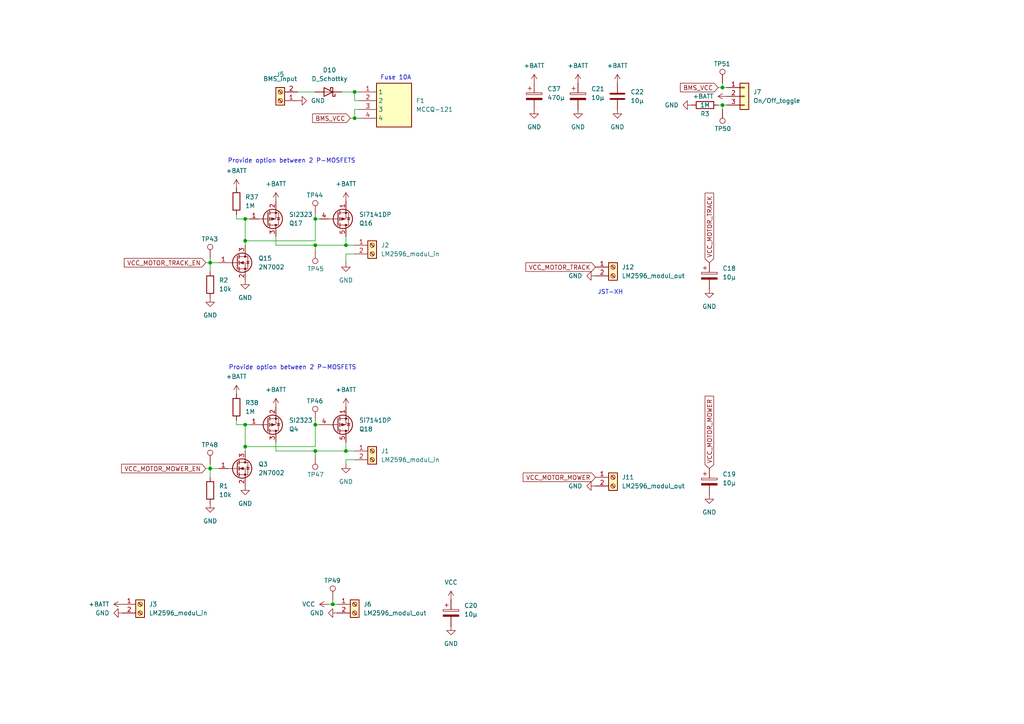
<source format=kicad_sch>
(kicad_sch (version 20231120) (generator "eeschema") (generator_version "8.0")
  (paper "A4")
  (title_block (date "2024-10-11") (rev "V0.2"))
  (lib_symbols
    (symbol "Connector:Screw_Terminal_01x02" (pin_names (offset 1.016) hide)
      (property "Reference" "J" (at 0 2.54 0))
      (property "Value" "Screw_Terminal_01x02" (at 0 -5.08 0))
      (symbol "Screw_Terminal_01x02_1_1"
        (rectangle (start -1.27 1.27) (end 1.27 -3.81) (stroke (width 0.254)) (fill (type background)))
        (circle (center 0 -2.54) (radius 0.635) (stroke (width 0.1524)))
        (polyline (pts (xy -0.5334 -2.2098) (xy 0.3302 -3.048)) (stroke (width 0.1524)))
        (polyline (pts (xy -0.5334 0.3302) (xy 0.3302 -0.508)) (stroke (width 0.1524)))
        (polyline (pts (xy -0.3556 -2.032) (xy 0.508 -2.8702)) (stroke (width 0.1524)))
        (polyline (pts (xy -0.3556 0.508) (xy 0.508 -0.3302)) (stroke (width 0.1524)))
        (circle (center 0 0) (radius 0.635) (stroke (width 0.1524)))
        (pin passive line (at -5.08 0 0) (length 3.81) (name "Pin_1") (number "1"))
        (pin passive line (at -5.08 -2.54 0) (length 3.81) (name "Pin_2") (number "2"))
      )
    )
    (symbol "Connector:TestPoint" (pin_numbers hide) (pin_names (offset 0.762) hide)
      (property "Reference" "TP" (at 0 6.858 0))
      (property "Value" "TestPoint" (at 0 5.08 0))
      (symbol "TestPoint_0_1"
        (circle (center 0 3.302) (radius 0.762))
      )
      (symbol "TestPoint_1_1"
        (pin passive line (at 0 0 90) (length 2.54) (name "1") (number "1"))
      )
    )
    (symbol "Connector_Generic:Conn_01x03" (pin_names (offset 1.016) hide)
      (property "Reference" "J" (at 0 5.08 0))
      (property "Value" "Conn_01x03" (at 0 -5.08 0))
      (symbol "Conn_01x03_1_1"
        (rectangle (start -1.27 -2.413) (end 0 -2.667) (stroke (width 0.1524)))
        (rectangle (start -1.27 0.127) (end 0 -0.127) (stroke (width 0.1524)))
        (rectangle (start -1.27 2.667) (end 0 2.413) (stroke (width 0.1524)))
        (rectangle (start -1.27 3.81) (end 1.27 -3.81) (stroke (width 0.254)) (fill (type background)))
        (pin passive line (at -5.08 2.54 0) (length 3.81) (name "Pin_1") (number "1"))
        (pin passive line (at -5.08 0 0) (length 3.81) (name "Pin_2") (number "2"))
        (pin passive line (at -5.08 -2.54 0) (length 3.81) (name "Pin_3") (number "3"))
      )
    )
    (symbol "Device:C" (pin_numbers hide) (pin_names (offset 0.254))
      (property "Reference" "C" (at 0.635 2.54 0))
      (property "Value" "C" (at 0.635 -2.54 0))
      (symbol "C_0_1"
        (polyline (pts (xy -2.032 -0.762) (xy 2.032 -0.762)) (stroke (width 0.508)))
        (polyline (pts (xy -2.032 0.762) (xy 2.032 0.762)) (stroke (width 0.508)))
      )
      (symbol "C_1_1"
        (pin passive line (at 0 3.81 270) (length 2.794) (name "~") (number "1"))
        (pin passive line (at 0 -3.81 90) (length 2.794) (name "~") (number "2"))
      )
    )
    (symbol "Device:C_Polarized" (pin_numbers hide) (pin_names (offset 0.254))
      (property "Reference" "C" (at 0.635 2.54 0))
      (property "Value" "C_Polarized" (at 0.635 -2.54 0))
      (symbol "C_Polarized_0_1"
        (rectangle (start -2.286 0.508) (end 2.286 1.016))
        (polyline (pts (xy -1.778 2.286) (xy -0.762 2.286)))
        (polyline (pts (xy -1.27 2.794) (xy -1.27 1.778)))
        (rectangle (start 2.286 -0.508) (end -2.286 -1.016) (fill (type outline)))
      )
      (symbol "C_Polarized_1_1"
        (pin passive line (at 0 3.81 270) (length 2.794) (name "~") (number "1"))
        (pin passive line (at 0 -3.81 90) (length 2.794) (name "~") (number "2"))
      )
    )
    (symbol "Device:D_Schottky" (pin_numbers hide) (pin_names (offset 1.016) hide)
      (property "Reference" "D" (at 0 2.54 0))
      (property "Value" "D_Schottky" (at 0 -2.54 0))
      (symbol "D_Schottky_0_1"
        (polyline (pts (xy 1.27 0) (xy -1.27 0)))
        (polyline (pts (xy 1.27 1.27) (xy 1.27 -1.27) (xy -1.27 0) (xy 1.27 1.27)) (stroke (width 0.254)))
        (polyline (pts (xy -1.905 0.635) (xy -1.905 1.27) (xy -1.27 1.27) (xy -1.27 -1.27) (xy -0.635 -1.27) (xy -0.635 -0.635)) (stroke (width 0.254)))
      )
      (symbol "D_Schottky_1_1"
        (pin passive line (at -3.81 0 0) (length 2.54) (name "K") (number "1"))
        (pin passive line (at 3.81 0 180) (length 2.54) (name "A") (number "2"))
      )
    )
    (symbol "Device:Q_PMOS_GSD" (pin_names (offset 0) hide)
      (property "Reference" "Q" (at 5.08 1.27 0))
      (property "Value" "Q_PMOS_GSD" (at 5.08 -1.27 0))
      (symbol "Q_PMOS_GSD_0_1"
        (polyline (pts (xy 0.254 0) (xy -2.54 0)))
        (polyline (pts (xy 0.254 1.905) (xy 0.254 -1.905)) (stroke (width 0.254)))
        (polyline (pts (xy 0.762 -1.27) (xy 0.762 -2.286)) (stroke (width 0.254)))
        (polyline (pts (xy 0.762 0.508) (xy 0.762 -0.508)) (stroke (width 0.254)))
        (polyline (pts (xy 0.762 2.286) (xy 0.762 1.27)) (stroke (width 0.254)))
        (polyline (pts (xy 2.54 2.54) (xy 2.54 1.778)))
        (polyline (pts (xy 2.54 -2.54) (xy 2.54 0) (xy 0.762 0)))
        (polyline (pts (xy 0.762 1.778) (xy 3.302 1.778) (xy 3.302 -1.778) (xy 0.762 -1.778)))
        (polyline (pts (xy 2.286 0) (xy 1.27 0.381) (xy 1.27 -0.381) (xy 2.286 0)) (fill (type outline)))
        (polyline (pts (xy 2.794 -0.508) (xy 2.921 -0.381) (xy 3.683 -0.381) (xy 3.81 -0.254)))
        (polyline (pts (xy 3.302 -0.381) (xy 2.921 0.254) (xy 3.683 0.254) (xy 3.302 -0.381)))
        (circle (center 1.651 0) (radius 2.794) (stroke (width 0.254)))
        (circle (center 2.54 -1.778) (radius 0.254) (fill (type outline)))
        (circle (center 2.54 1.778) (radius 0.254) (fill (type outline)))
      )
      (symbol "Q_PMOS_GSD_1_1"
        (pin input line (at -5.08 0 0) (length 2.54) (name "G") (number "1"))
        (pin passive line (at 2.54 -5.08 90) (length 2.54) (name "S") (number "2"))
        (pin passive line (at 2.54 5.08 270) (length 2.54) (name "D") (number "3"))
      )
    )
    (symbol "Device:R" (pin_numbers hide) (pin_names (offset 0))
      (property "Reference" "R" (at 2.032 0 90))
      (property "Value" "R" (at 0 0 90))
      (symbol "R_0_1"
        (rectangle (start -1.016 -2.54) (end 1.016 2.54) (stroke (width 0.254)))
      )
      (symbol "R_1_1"
        (pin passive line (at 0 3.81 270) (length 1.27) (name "~") (number "1"))
        (pin passive line (at 0 -3.81 90) (length 1.27) (name "~") (number "2"))
      )
    )
    (symbol "Transistor_FET:2N7002" (pin_names hide)
      (property "Reference" "Q" (at 5.08 1.905 0))
      (property "Value" "2N7002" (at 5.08 0 0))
      (symbol "2N7002_0_1"
        (polyline (pts (xy 0.254 0) (xy -2.54 0)))
        (polyline (pts (xy 0.254 1.905) (xy 0.254 -1.905)) (stroke (width 0.254)))
        (polyline (pts (xy 0.762 -1.27) (xy 0.762 -2.286)) (stroke (width 0.254)))
        (polyline (pts (xy 0.762 0.508) (xy 0.762 -0.508)) (stroke (width 0.254)))
        (polyline (pts (xy 0.762 2.286) (xy 0.762 1.27)) (stroke (width 0.254)))
        (polyline (pts (xy 2.54 2.54) (xy 2.54 1.778)))
        (polyline (pts (xy 2.54 -2.54) (xy 2.54 0) (xy 0.762 0)))
        (polyline (pts (xy 0.762 -1.778) (xy 3.302 -1.778) (xy 3.302 1.778) (xy 0.762 1.778)))
        (polyline (pts (xy 1.016 0) (xy 2.032 0.381) (xy 2.032 -0.381) (xy 1.016 0)) (fill (type outline)))
        (polyline (pts (xy 2.794 0.508) (xy 2.921 0.381) (xy 3.683 0.381) (xy 3.81 0.254)))
        (polyline (pts (xy 3.302 0.381) (xy 2.921 -0.254) (xy 3.683 -0.254) (xy 3.302 0.381)))
        (circle (center 1.651 0) (radius 2.794) (stroke (width 0.254)))
        (circle (center 2.54 -1.778) (radius 0.254) (fill (type outline)))
        (circle (center 2.54 1.778) (radius 0.254) (fill (type outline)))
      )
      (symbol "2N7002_1_1"
        (pin input line (at -5.08 0 0) (length 2.54) (name "G") (number "1"))
        (pin passive line (at 2.54 -5.08 90) (length 2.54) (name "S") (number "2"))
        (pin passive line (at 2.54 5.08 270) (length 2.54) (name "D") (number "3"))
      )
    )
    (symbol "Transistor_FET:Si7141DP" (pin_names hide)
      (property "Reference" "Q" (at 5.08 1.905 0))
      (property "Value" "Si7141DP" (at 5.08 0 0))
      (symbol "Si7141DP_0_1"
        (polyline (pts (xy 0.254 0) (xy -2.54 0)))
        (polyline (pts (xy 0.254 1.905) (xy 0.254 -1.905)) (stroke (width 0.254)))
        (polyline (pts (xy 0.762 -1.27) (xy 0.762 -2.286)) (stroke (width 0.254)))
        (polyline (pts (xy 0.762 0.508) (xy 0.762 -0.508)) (stroke (width 0.254)))
        (polyline (pts (xy 0.762 2.286) (xy 0.762 1.27)) (stroke (width 0.254)))
        (polyline (pts (xy 2.54 2.54) (xy 2.54 1.778)))
        (polyline (pts (xy 2.54 -2.54) (xy 2.54 0) (xy 0.762 0)))
        (polyline (pts (xy 0.762 1.778) (xy 3.302 1.778) (xy 3.302 -1.778) (xy 0.762 -1.778)))
        (polyline (pts (xy 2.286 0) (xy 1.27 0.381) (xy 1.27 -0.381) (xy 2.286 0)) (fill (type outline)))
        (polyline (pts (xy 2.794 -0.508) (xy 2.921 -0.381) (xy 3.683 -0.381) (xy 3.81 -0.254)))
        (polyline (pts (xy 3.302 -0.381) (xy 2.921 0.254) (xy 3.683 0.254) (xy 3.302 -0.381)))
        (circle (center 1.651 0) (radius 2.794) (stroke (width 0.254)))
        (circle (center 2.54 -1.778) (radius 0.254) (fill (type outline)))
        (circle (center 2.54 1.778) (radius 0.254) (fill (type outline)))
      )
      (symbol "Si7141DP_1_1"
        (pin passive line (at 2.54 -5.08 90) (length 2.54) (name "S") (number "1"))
        (pin passive line (at 2.54 -5.08 90) (length 2.54) hide (name "S") (number "2"))
        (pin passive line (at 2.54 -5.08 90) (length 2.54) hide (name "S") (number "3"))
        (pin input line (at -5.08 0 0) (length 2.54) (name "G") (number "4"))
        (pin passive line (at 2.54 5.08 270) (length 2.54) (name "D") (number "5"))
      )
    )
    (symbol "mccq-121:MCCQ-121"
      (property "Reference" "F" (at 16.51 7.62 0))
      (property "Value" "MCCQ-121" (at 16.51 5.08 0))
      (symbol "MCCQ-121_1_1"
        (rectangle (start 5.08 2.54) (end 15.24 -10.16) (stroke (width 0.254)) (fill (type background)))
        (pin passive line (at 0 0 0) (length 5.08) (name "1") (number "1"))
        (pin passive line (at 0 -2.54 0) (length 5.08) (name "2") (number "2"))
        (pin passive line (at 0 -5.08 0) (length 5.08) (name "3") (number "3"))
        (pin passive line (at 0 -7.62 0) (length 5.08) (name "4") (number "4"))
      )
    )
    (symbol "power:+BATT" (power) (pin_numbers hide) (pin_names (offset 0) hide)
      (property "Value" "+BATT" (at 0 3.556 0))
      (symbol "+BATT_0_1"
        (polyline (pts (xy -0.762 1.27) (xy 0 2.54)))
        (polyline (pts (xy 0 0) (xy 0 2.54)))
        (polyline (pts (xy 0 2.54) (xy 0.762 1.27)))
      )
      (symbol "+BATT_1_1"
        (pin power_in line (at 0 0 90) (length 0) (name "~") (number "1"))
      )
    )
    (symbol "power:GND" (power) (pin_numbers hide) (pin_names (offset 0) hide)
      (property "Value" "GND" (at 0 -3.81 0))
      (symbol "GND_0_1"
        (polyline (pts (xy 0 0) (xy 0 -1.27) (xy 1.27 -1.27) (xy 0 -2.54) (xy -1.27 -1.27) (xy 0 -1.27)))
      )
      (symbol "GND_1_1"
        (pin power_in line (at 0 0 270) (length 0) (name "~") (number "1"))
      )
    )
    (symbol "power:VCC" (power) (pin_numbers hide) (pin_names (offset 0) hide)
      (property "Value" "VCC" (at 0 3.556 0))
      (symbol "VCC_0_1"
        (polyline (pts (xy -0.762 1.27) (xy 0 2.54)))
        (polyline (pts (xy 0 0) (xy 0 2.54)))
        (polyline (pts (xy 0 2.54) (xy 0.762 1.27)))
      )
      (symbol "VCC_1_1"
        (pin power_in line (at 0 0 90) (length 0) (name "~") (number "1"))
      )
    )
  )
  (junction (at 102.87 34.29))
  (junction (at 100.33 130.81))
  (junction (at 209.55 30.48))
  (junction (at 71.12 69.85))
  (junction (at 96.52 175.26))
  (junction (at 209.55 25.4))
  (junction (at 71.12 63.5))
  (junction (at 91.44 71.12))
  (junction (at 91.44 130.81))
  (junction (at 60.96 76.2))
  (junction (at 71.12 129.54))
  (junction (at 91.44 123.19))
  (junction (at 60.96 135.89))
  (junction (at 102.87 26.67))
  (junction (at 71.12 123.19))
  (junction (at 91.44 63.5))
  (junction (at 100.33 71.12))
  (wire (pts (xy 91.44 63.5) (xy 92.71 63.5)))
  (wire (pts (xy 68.58 62.23) (xy 68.58 63.5)))
  (wire (pts (xy 80.01 128.27) (xy 80.01 130.81)))
  (wire (pts (xy 91.44 72.39) (xy 91.44 71.12)))
  (wire (pts (xy 71.12 130.81) (xy 71.12 129.54)))
  (wire (pts (xy 102.87 71.12) (xy 100.33 71.12)))
  (wire (pts (xy 102.87 73.66) (xy 100.33 73.66)))
  (wire (pts (xy 102.87 29.21) (xy 104.14 29.21)))
  (wire (pts (xy 60.96 135.89) (xy 60.96 138.43)))
  (wire (pts (xy 210.82 30.48) (xy 209.55 30.48)))
  (wire (pts (xy 100.33 71.12) (xy 100.33 68.58)))
  (wire (pts (xy 71.12 69.85) (xy 71.12 63.5)))
  (wire (pts (xy 102.87 34.29) (xy 101.6 34.29)))
  (wire (pts (xy 91.44 129.54) (xy 71.12 129.54)))
  (wire (pts (xy 71.12 71.12) (xy 71.12 69.85)))
  (wire (pts (xy 209.55 25.4) (xy 209.55 24.13)))
  (wire (pts (xy 102.87 31.75) (xy 102.87 34.29)))
  (wire (pts (xy 91.44 69.85) (xy 71.12 69.85)))
  (wire (pts (xy 209.55 30.48) (xy 208.28 30.48)))
  (wire (pts (xy 104.14 34.29) (xy 102.87 34.29)))
  (wire (pts (xy 100.33 130.81) (xy 100.33 128.27)))
  (wire (pts (xy 60.96 134.62) (xy 60.96 135.89)))
  (wire (pts (xy 209.55 25.4) (xy 210.82 25.4)))
  (wire (pts (xy 60.96 74.93) (xy 60.96 76.2)))
  (wire (pts (xy 80.01 130.81) (xy 91.44 130.81)))
  (wire (pts (xy 63.5 135.89) (xy 60.96 135.89)))
  (wire (pts (xy 102.87 26.67) (xy 104.14 26.67)))
  (wire (pts (xy 59.69 135.89) (xy 60.96 135.89)))
  (wire (pts (xy 60.96 78.74) (xy 60.96 76.2)))
  (wire (pts (xy 59.69 76.2) (xy 60.96 76.2)))
  (wire (pts (xy 102.87 29.21) (xy 102.87 26.67)))
  (wire (pts (xy 104.14 31.75) (xy 102.87 31.75)))
  (wire (pts (xy 91.44 121.92) (xy 91.44 123.19)))
  (wire (pts (xy 91.44 62.23) (xy 91.44 63.5)))
  (wire (pts (xy 86.36 26.67) (xy 91.44 26.67)))
  (wire (pts (xy 91.44 71.12) (xy 100.33 71.12)))
  (wire (pts (xy 96.52 173.99) (xy 96.52 175.26)))
  (wire (pts (xy 95.25 175.26) (xy 96.52 175.26)))
  (wire (pts (xy 68.58 121.92) (xy 68.58 123.19)))
  (wire (pts (xy 71.12 63.5) (xy 72.39 63.5)))
  (wire (pts (xy 60.96 76.2) (xy 63.5 76.2)))
  (wire (pts (xy 100.33 73.66) (xy 100.33 76.2)))
  (wire (pts (xy 100.33 134.62) (xy 100.33 133.35)))
  (wire (pts (xy 91.44 63.5) (xy 91.44 69.85)))
  (wire (pts (xy 68.58 63.5) (xy 71.12 63.5)))
  (wire (pts (xy 100.33 133.35) (xy 102.87 133.35)))
  (wire (pts (xy 71.12 129.54) (xy 71.12 123.19)))
  (wire (pts (xy 91.44 123.19) (xy 91.44 129.54)))
  (wire (pts (xy 100.33 130.81) (xy 102.87 130.81)))
  (wire (pts (xy 91.44 123.19) (xy 92.71 123.19)))
  (wire (pts (xy 208.28 25.4) (xy 209.55 25.4)))
  (wire (pts (xy 80.01 71.12) (xy 91.44 71.12)))
  (wire (pts (xy 68.58 123.19) (xy 71.12 123.19)))
  (wire (pts (xy 91.44 132.08) (xy 91.44 130.81)))
  (wire (pts (xy 80.01 68.58) (xy 80.01 71.12)))
  (wire (pts (xy 71.12 123.19) (xy 72.39 123.19)))
  (wire (pts (xy 209.55 31.75) (xy 209.55 30.48)))
  (wire (pts (xy 96.52 175.26) (xy 97.79 175.26)))
  (wire (pts (xy 91.44 130.81) (xy 100.33 130.81)))
  (wire (pts (xy 99.06 26.67) (xy 102.87 26.67)))
  (text "Provide option between 2 P-MOSFETS" (at 84.836 106.68 0) (effects (font (size 1.27 1.27))))
  (text "JST-XH" (at 177.038 84.836 0) (effects (font (size 1.27 1.27))))
  (text "Provide option between 2 P-MOSFETS" (at 84.582 46.736 0) (effects (font (size 1.27 1.27))))
  (text "Fuse 10A" (at 114.808 22.606 0) (effects (font (size 1.27 1.27))))
  (global_label "VCC_MOTOR_MOWER_EN" (shape input) (at 59.69 135.89 180) (property "Intersheetrefs" "${INTERSHEET_REFS}" (effects (hide yes))))
  (global_label "VCC_MOTOR_MOWER" (shape input) (at 172.72 138.43 180) (property "Intersheetrefs" "${INTERSHEET_REFS}" (effects (hide yes))))
  (global_label "BMS_VCC" (shape input) (at 101.6 34.29 180) (property "Intersheetrefs" "${INTERSHEET_REFS}" (effects (hide yes))))
  (global_label "VCC_MOTOR_MOWER" (shape input) (at 205.74 135.89 90) (property "Intersheetrefs" "${INTERSHEET_REFS}" (effects (hide yes))))
  (global_label "BMS_VCC" (shape input) (at 208.28 25.4 180) (property "Intersheetrefs" "${INTERSHEET_REFS}" (effects (hide yes))))
  (global_label "VCC_MOTOR_TRACK" (shape input) (at 205.74 76.2 90) (property "Intersheetrefs" "${INTERSHEET_REFS}" (effects (hide yes))))
  (global_label "VCC_MOTOR_TRACK_EN" (shape input) (at 59.69 76.2 180) (property "Intersheetrefs" "${INTERSHEET_REFS}" (effects (hide yes))))
  (global_label "VCC_MOTOR_TRACK" (shape input) (at 172.72 77.47 180) (property "Intersheetrefs" "${INTERSHEET_REFS}" (effects (hide yes))))
  (symbol (lib_id "Connector:TestPoint") (at 209.55 31.75 180) (unit 1)
    (property "Reference" "TP50" (at 212.09 37.338 0) (effects (justify left)))
    (property "Value" "TestPoint" (effects (hide yes)))
    (property "Footprint" "TestPoint:TestPoint_Pad_D1.5mm" (effects (hide yes)))
    (property "Description" "test point" (effects (hide yes)))
  )
  (symbol (lib_id "power:GND") (at 71.12 81.28 0) (unit 1)
    (property "Reference" "#PWR0127" (effects (hide yes)))
    (property "Value" "GND" (at 71.12 86.36 0))
    (property "Description" "Power symbol creates a global label with name \"GND\" , ground" (effects (hide yes)))
  )
  (symbol (lib_id "power:+BATT") (at 167.64 24.13 0) (unit 1)
    (property "Reference" "#PWR081" (effects (hide yes)))
    (property "Value" "+BATT" (at 167.64 19.05 0))
    (property "Description" "Power symbol creates a global label with name \"+BATT\"" (effects (hide yes)))
  )
  (symbol (lib_id "Device:C_Polarized") (at 130.81 177.8 0) (unit 1)
    (property "Reference" "C20" (at 134.62 175.6409 0) (effects (justify left)))
    (property "Value" "10µ" (at 134.62 178.1809 0) (effects (justify left)))
    (property "Footprint" "Capacitor_THT:CP_Radial_D5.0mm_P2.00mm" (effects (hide yes)))
    (property "Description" "Polarized capacitor" (effects (hide yes)))
  )
  (symbol (lib_id "Connector:TestPoint") (at 91.44 132.08 180) (unit 1)
    (property "Reference" "TP47" (at 93.98 137.668 0) (effects (justify left)))
    (property "Value" "TestPoint" (effects (hide yes)))
    (property "Footprint" "TestPoint:TestPoint_Pad_D1.5mm" (effects (hide yes)))
    (property "Description" "test point" (effects (hide yes)))
  )
  (symbol (lib_id "mccq-121:MCCQ-121") (at 104.14 26.67 0) (unit 1)
    (property "Reference" "F1" (at 120.65 29.2099 0) (effects (justify left)))
    (property "Value" "MCCQ-121" (at 120.65 31.7499 0) (effects (justify left)))
    (property "Footprint" "mccq-121:MCCQ121" (effects (hide yes)))
    (property "Description" "The MCCQ-121 from Multicomp Pro is a PCB mount ATO fuse holder." (effects (hide yes)))
    (property "Height" "8.3" (effects (hide yes)))
    (property "Manufacturer_Name" "Multicomp Pro" (effects (hide yes)))
    (property "Manufacturer_Part_Number" "MCCQ-121" (effects (hide yes)))
  )
  (symbol (lib_id "power:GND") (at 100.33 76.2 0) (unit 1)
    (property "Reference" "#PWR08" (effects (hide yes)))
    (property "Value" "GND" (at 100.33 81.28 0))
    (property "Description" "Power symbol creates a global label with name \"GND\" , ground" (effects (hide yes)))
  )
  (symbol (lib_id "Transistor_FET:2N7002") (at 68.58 135.89 0) (unit 1)
    (property "Reference" "Q3" (at 74.93 134.6199 0) (effects (justify left)))
    (property "Value" "2N7002" (at 74.93 137.1599 0) (effects (justify left)))
    (property "Footprint" "Package_TO_SOT_SMD:SOT-23" (effects (hide yes)))
    (property "Datasheet" "https://www.onsemi.com/pub/Collateral/NDS7002A-D.PDF" (effects (hide yes)))
    (property "Description" "0.115A Id, 60V Vds, N-Channel MOSFET, SOT-23" (effects (hide yes)))
  )
  (symbol (lib_id "Connector:TestPoint") (at 91.44 62.23 0) (unit 1)
    (property "Reference" "TP44" (at 88.9 56.642 0) (effects (justify left)))
    (property "Value" "TestPoint" (effects (hide yes)))
    (property "Footprint" "TestPoint:TestPoint_Pad_D1.5mm" (effects (hide yes)))
    (property "Description" "test point" (effects (hide yes)))
  )
  (symbol (lib_id "power:+BATT") (at 100.33 58.42 0) (unit 1)
    (property "Reference" "#PWR017" (effects (hide yes)))
    (property "Value" "+BATT" (at 100.33 53.34 0))
    (property "Description" "Power symbol creates a global label with name \"+BATT\"" (effects (hide yes)))
  )
  (symbol (lib_id "Connector:Screw_Terminal_01x02") (at 40.64 175.26 0) (unit 1)
    (property "Reference" "J3" (at 43.18 175.2599 0) (effects (justify left)))
    (property "Value" "LM2596_modul_in" (at 43.18 177.7999 0) (effects (justify left)))
    (property "Footprint" "Connector_JST:JST_XH_B2B-XH-A_1x02_P2.50mm_Vertical" (effects (hide yes)))
    (property "Description" "Generic screw terminal, single row, 01x02, script generated (kicad-library-utils/schlib/autogen/connector/)" (effects (hide yes)))
  )
  (symbol (lib_id "Connector:Screw_Terminal_01x02") (at 177.8 138.43 0) (unit 1)
    (property "Reference" "J11" (at 180.34 138.4299 0) (effects (justify left)))
    (property "Value" "LM2596_modul_out" (at 180.34 140.9699 0) (effects (justify left)))
    (property "Footprint" "Connector_JST:JST_XH_B2B-XH-A_1x02_P2.50mm_Vertical" (effects (hide yes)))
    (property "Description" "Generic screw terminal, single row, 01x02, script generated (kicad-library-utils/schlib/autogen/connector/)" (effects (hide yes)))
  )
  (symbol (lib_id "power:GND") (at 200.66 30.48 270) (unit 1)
    (property "Reference" "#PWR03" (effects (hide yes)))
    (property "Value" "GND" (at 196.85 30.4799 90) (effects (justify right)))
    (property "Description" "Power symbol creates a global label with name \"GND\" , ground" (effects (hide yes)))
  )
  (symbol (lib_id "Connector:Screw_Terminal_01x02") (at 107.95 130.81 0) (unit 1)
    (property "Reference" "J1" (at 110.49 130.8099 0) (effects (justify left)))
    (property "Value" "LM2596_modul_in" (at 110.49 133.3499 0) (effects (justify left)))
    (property "Footprint" "Connector_JST:JST_XH_B2B-XH-A_1x02_P2.50mm_Vertical" (effects (hide yes)))
    (property "Description" "Generic screw terminal, single row, 01x02, script generated (kicad-library-utils/schlib/autogen/connector/)" (effects (hide yes)))
  )
  (symbol (lib_id "Connector:TestPoint") (at 96.52 173.99 0) (unit 1)
    (property "Reference" "TP49" (at 93.98 168.402 0) (effects (justify left)))
    (property "Value" "TestPoint" (effects (hide yes)))
    (property "Footprint" "TestPoint:TestPoint_Pad_D1.5mm" (effects (hide yes)))
    (property "Description" "test point" (effects (hide yes)))
  )
  (symbol (lib_id "Device:R") (at 60.96 82.55 0) (unit 1)
    (property "Reference" "R2" (at 63.5 81.2799 0) (effects (justify left)))
    (property "Value" "10k" (at 63.5 83.8199 0) (effects (justify left)))
    (property "Footprint" "Resistor_SMD:R_0805_2012Metric_Pad1.20x1.40mm_HandSolder" (effects (hide yes)))
    (property "Description" "Resistor" (effects (hide yes)))
  )
  (symbol (lib_id "power:GND") (at 35.56 177.8 270) (unit 1)
    (property "Reference" "#PWR010" (effects (hide yes)))
    (property "Value" "GND" (at 31.75 177.7999 90) (effects (justify right)))
    (property "Description" "Power symbol creates a global label with name \"GND\" , ground" (effects (hide yes)))
  )
  (symbol (lib_id "Connector:Screw_Terminal_01x02") (at 81.28 29.21 180) (unit 1)
    (property "Reference" "J5" (at 81.28 21.59 0))
    (property "Value" "BMS_input" (at 81.28 22.86 0))
    (property "Footprint" "TerminalBlock_Phoenix:TerminalBlock_Phoenix_PT-1,5-2-5.0-H_1x02_P5.00mm_Horizontal" (effects (hide yes)))
    (property "Description" "Generic screw terminal, single row, 01x02, script generated (kicad-library-utils/schlib/autogen/connector/)" (effects (hide yes)))
  )
  (symbol (lib_id "power:+BATT") (at 35.56 175.26 90) (unit 1)
    (property "Reference" "#PWR09" (effects (hide yes)))
    (property "Value" "+BATT" (at 31.75 175.2599 90) (effects (justify left)))
    (property "Description" "Power symbol creates a global label with name \"+BATT\"" (effects (hide yes)))
  )
  (symbol (lib_id "power:GND") (at 60.96 86.36 0) (unit 1)
    (property "Reference" "#PWR02" (effects (hide yes)))
    (property "Value" "GND" (at 60.96 91.44 0))
    (property "Description" "Power symbol creates a global label with name \"GND\" , ground" (effects (hide yes)))
  )
  (symbol (lib_id "power:GND") (at 86.36 29.21 90) (unit 1)
    (property "Reference" "#PWR05" (effects (hide yes)))
    (property "Value" "GND" (at 90.17 29.2099 90) (effects (justify right)))
    (property "Description" "Power symbol creates a global label with name \"GND\" , ground" (effects (hide yes)))
  )
  (symbol (lib_id "Connector:TestPoint") (at 209.55 24.13 0) (unit 1)
    (property "Reference" "TP51" (at 207.01 18.542 0) (effects (justify left)))
    (property "Value" "TestPoint" (effects (hide yes)))
    (property "Footprint" "TestPoint:TestPoint_Pad_D1.5mm" (effects (hide yes)))
    (property "Description" "test point" (effects (hide yes)))
  )
  (symbol (lib_id "power:GND") (at 205.74 83.82 0) (unit 1)
    (property "Reference" "#PWR077" (effects (hide yes)))
    (property "Value" "GND" (at 205.74 88.9 0))
    (property "Description" "Power symbol creates a global label with name \"GND\" , ground" (effects (hide yes)))
  )
  (symbol (lib_id "power:GND") (at 154.94 31.75 0) (unit 1)
    (property "Reference" "#PWR0146" (effects (hide yes)))
    (property "Value" "GND" (at 154.94 36.83 0))
    (property "Description" "Power symbol creates a global label with name \"GND\" , ground" (effects (hide yes)))
  )
  (symbol (lib_id "power:+BATT") (at 210.82 27.94 90) (unit 1)
    (property "Reference" "#PWR013" (effects (hide yes)))
    (property "Value" "+BATT" (at 207.01 27.9399 90) (effects (justify left)))
    (property "Description" "Power symbol creates a global label with name \"+BATT\"" (effects (hide yes)))
  )
  (symbol (lib_id "Device:R") (at 68.58 58.42 0) (unit 1)
    (property "Reference" "R37" (at 71.12 57.1499 0) (effects (justify left)))
    (property "Value" "1M" (at 71.12 59.6899 0) (effects (justify left)))
    (property "Footprint" "Resistor_SMD:R_0805_2012Metric_Pad1.20x1.40mm_HandSolder" (effects (hide yes)))
    (property "Description" "Resistor" (effects (hide yes)))
  )
  (symbol (lib_id "Device:C_Polarized") (at 205.74 139.7 0) (unit 1)
    (property "Reference" "C19" (at 209.55 137.5409 0) (effects (justify left)))
    (property "Value" "10µ" (at 209.55 140.0809 0) (effects (justify left)))
    (property "Footprint" "Capacitor_THT:CP_Radial_D5.0mm_P2.00mm" (effects (hide yes)))
    (property "Description" "Polarized capacitor" (effects (hide yes)))
  )
  (symbol (lib_id "power:GND") (at 71.12 140.97 0) (unit 1)
    (property "Reference" "#PWR0129" (effects (hide yes)))
    (property "Value" "GND" (at 71.12 146.05 0))
    (property "Description" "Power symbol creates a global label with name \"GND\" , ground" (effects (hide yes)))
  )
  (symbol (lib_id "Connector:Screw_Terminal_01x02") (at 102.87 175.26 0) (unit 1)
    (property "Reference" "J6" (at 105.41 175.2599 0) (effects (justify left)))
    (property "Value" "LM2596_modul_out" (at 105.41 177.7999 0) (effects (justify left)))
    (property "Footprint" "Connector_JST:JST_XH_B2B-XH-A_1x02_P2.50mm_Vertical" (effects (hide yes)))
    (property "Description" "Generic screw terminal, single row, 01x02, script generated (kicad-library-utils/schlib/autogen/connector/)" (effects (hide yes)))
  )
  (symbol (lib_id "power:GND") (at 205.74 143.51 0) (unit 1)
    (property "Reference" "#PWR078" (effects (hide yes)))
    (property "Value" "GND" (at 205.74 148.59 0))
    (property "Description" "Power symbol creates a global label with name \"GND\" , ground" (effects (hide yes)))
  )
  (symbol (lib_id "power:VCC") (at 130.81 173.99 0) (unit 1)
    (property "Reference" "#PWR079" (effects (hide yes)))
    (property "Value" "VCC" (at 130.81 168.91 0))
    (property "Description" "Power symbol creates a global label with name \"VCC\"" (effects (hide yes)))
  )
  (symbol (lib_id "power:GND") (at 172.72 80.01 270) (unit 1)
    (property "Reference" "#PWR040" (effects (hide yes)))
    (property "Value" "GND" (at 168.91 80.0099 90) (effects (justify right)))
    (property "Description" "Power symbol creates a global label with name \"GND\" , ground" (effects (hide yes)))
  )
  (symbol (lib_id "Connector:TestPoint") (at 60.96 134.62 0) (unit 1)
    (property "Reference" "TP48" (at 58.42 129.032 0) (effects (justify left)))
    (property "Value" "TestPoint" (effects (hide yes)))
    (property "Footprint" "TestPoint:TestPoint_Pad_D1.5mm" (effects (hide yes)))
    (property "Description" "test point" (effects (hide yes)))
  )
  (symbol (lib_id "power:+BATT") (at 68.58 54.61 0) (unit 1)
    (property "Reference" "#PWR016" (effects (hide yes)))
    (property "Value" "+BATT" (at 68.58 49.53 0))
    (property "Description" "Power symbol creates a global label with name \"+BATT\"" (effects (hide yes)))
  )
  (symbol (lib_id "Device:Q_PMOS_GSD") (at 77.47 123.19 0) (mirror x) (unit 1)
    (property "Reference" "Q4" (at 83.82 124.4601 0) (effects (justify left)))
    (property "Value" "SI2323" (at 83.82 121.9201 0) (effects (justify left)))
    (property "Footprint" "SI-2323:SOT95P237X112-3N" (effects (hide yes)))
    (property "Description" "P-MOSFET transistor, gate/source/drain" (effects (hide yes)))
  )
  (symbol (lib_id "power:GND") (at 172.72 140.97 270) (unit 1)
    (property "Reference" "#PWR036" (effects (hide yes)))
    (property "Value" "GND" (at 168.91 140.9699 90) (effects (justify right)))
    (property "Description" "Power symbol creates a global label with name \"GND\" , ground" (effects (hide yes)))
  )
  (symbol (lib_id "Device:R") (at 68.58 118.11 0) (unit 1)
    (property "Reference" "R38" (at 71.12 116.8399 0) (effects (justify left)))
    (property "Value" "1M" (at 71.12 119.3799 0) (effects (justify left)))
    (property "Footprint" "Resistor_SMD:R_0805_2012Metric_Pad1.20x1.40mm_HandSolder" (effects (hide yes)))
    (property "Description" "Resistor" (effects (hide yes)))
  )
  (symbol (lib_id "Device:C_Polarized") (at 154.94 27.94 0) (unit 1)
    (property "Reference" "C37" (at 158.75 25.7809 0) (effects (justify left)))
    (property "Value" "470µ" (at 158.75 28.3209 0) (effects (justify left)))
    (property "Footprint" "Capacitor_THT:CP_Radial_D8.0mm_P3.50mm" (effects (hide yes)))
    (property "Description" "Polarized capacitor" (effects (hide yes)))
  )
  (symbol (lib_id "power:+BATT") (at 179.07 24.13 0) (unit 1)
    (property "Reference" "#PWR082" (effects (hide yes)))
    (property "Value" "+BATT" (at 179.07 19.05 0))
    (property "Description" "Power symbol creates a global label with name \"+BATT\"" (effects (hide yes)))
  )
  (symbol (lib_id "power:GND") (at 97.79 177.8 270) (unit 1)
    (property "Reference" "#PWR012" (effects (hide yes)))
    (property "Value" "GND" (at 93.98 177.7999 90) (effects (justify right)))
    (property "Description" "Power symbol creates a global label with name \"GND\" , ground" (effects (hide yes)))
  )
  (symbol (lib_id "power:+BATT") (at 68.58 114.3 0) (unit 1)
    (property "Reference" "#PWR0128" (effects (hide yes)))
    (property "Value" "+BATT" (at 68.58 109.22 0))
    (property "Description" "Power symbol creates a global label with name \"+BATT\"" (effects (hide yes)))
  )
  (symbol (lib_id "Connector:TestPoint") (at 91.44 72.39 180) (unit 1)
    (property "Reference" "TP45" (at 93.98 77.978 0) (effects (justify left)))
    (property "Value" "TestPoint" (effects (hide yes)))
    (property "Footprint" "TestPoint:TestPoint_Pad_D1.5mm" (effects (hide yes)))
    (property "Description" "test point" (effects (hide yes)))
  )
  (symbol (lib_id "Transistor_FET:2N7002") (at 68.58 76.2 0) (unit 1)
    (property "Reference" "Q15" (at 74.93 74.9299 0) (effects (justify left)))
    (property "Value" "2N7002" (at 74.93 77.4699 0) (effects (justify left)))
    (property "Footprint" "Package_TO_SOT_SMD:SOT-23" (effects (hide yes)))
    (property "Datasheet" "https://www.onsemi.com/pub/Collateral/NDS7002A-D.PDF" (effects (hide yes)))
    (property "Description" "0.115A Id, 60V Vds, N-Channel MOSFET, SOT-23" (effects (hide yes)))
  )
  (symbol (lib_id "Transistor_FET:Si7141DP") (at 97.79 123.19 0) (mirror x) (unit 1)
    (property "Reference" "Q18" (at 104.14 124.4601 0) (effects (justify left)))
    (property "Value" "Si7141DP" (at 104.14 121.9201 0) (effects (justify left)))
    (property "Footprint" "Package_SO:PowerPAK_SO-8_Single" (effects (hide yes)))
    (property "Datasheet" "https://www.vishay.com/docs/65596/si7141dp.pdf" (effects (hide yes)))
    (property "Description" "-60A Id, -20V Vds, 1.9 mOhm Ron, PowerPAK-8" (effects (hide yes)))
  )
  (symbol (lib_id "Device:Q_PMOS_GSD") (at 77.47 63.5 0) (mirror x) (unit 1)
    (property "Reference" "Q17" (at 83.82 64.7701 0) (effects (justify left)))
    (property "Value" "SI2323" (at 83.82 62.2301 0) (effects (justify left)))
    (property "Footprint" "SI-2323:SOT95P237X112-3N" (effects (hide yes)))
    (property "Description" "P-MOSFET transistor, gate/source/drain" (effects (hide yes)))
  )
  (symbol (lib_id "power:+BATT") (at 154.94 24.13 0) (unit 1)
    (property "Reference" "#PWR0145" (effects (hide yes)))
    (property "Value" "+BATT" (at 154.94 19.05 0))
    (property "Description" "Power symbol creates a global label with name \"+BATT\"" (effects (hide yes)))
  )
  (symbol (lib_id "power:+BATT") (at 100.33 118.11 0) (unit 1)
    (property "Reference" "#PWR0131" (effects (hide yes)))
    (property "Value" "+BATT" (at 100.33 113.03 0))
    (property "Description" "Power symbol creates a global label with name \"+BATT\"" (effects (hide yes)))
  )
  (symbol (lib_id "power:+BATT") (at 80.01 58.42 0) (unit 1)
    (property "Reference" "#PWR07" (effects (hide yes)))
    (property "Value" "+BATT" (at 80.01 53.34 0))
    (property "Description" "Power symbol creates a global label with name \"+BATT\"" (effects (hide yes)))
  )
  (symbol (lib_id "Device:D_Schottky") (at 95.25 26.67 180) (unit 1)
    (property "Reference" "D10" (at 95.5675 20.32 0))
    (property "Value" "D_Schottky" (at 95.5675 22.86 0))
    (property "Footprint" "Diode_SMD:D_SMA" (effects (hide yes)))
    (property "Description" "Schottky diode" (effects (hide yes)))
  )
  (symbol (lib_id "Connector:Screw_Terminal_01x02") (at 177.8 77.47 0) (unit 1)
    (property "Reference" "J12" (at 180.34 77.4699 0) (effects (justify left)))
    (property "Value" "LM2596_modul_out" (at 180.34 80.0099 0) (effects (justify left)))
    (property "Footprint" "Connector_JST:JST_XH_B2B-XH-A_1x02_P2.50mm_Vertical" (effects (hide yes)))
    (property "Description" "Generic screw terminal, single row, 01x02, script generated (kicad-library-utils/schlib/autogen/connector/)" (effects (hide yes)))
  )
  (symbol (lib_id "power:VCC") (at 95.25 175.26 90) (unit 1)
    (property "Reference" "#PWR011" (effects (hide yes)))
    (property "Value" "VCC" (at 91.44 175.2599 90) (effects (justify left)))
    (property "Description" "Power symbol creates a global label with name \"VCC\"" (effects (hide yes)))
  )
  (symbol (lib_id "Connector:TestPoint") (at 91.44 121.92 0) (unit 1)
    (property "Reference" "TP46" (at 88.9 116.332 0) (effects (justify left)))
    (property "Value" "TestPoint" (effects (hide yes)))
    (property "Footprint" "TestPoint:TestPoint_Pad_D1.5mm" (effects (hide yes)))
    (property "Description" "test point" (effects (hide yes)))
  )
  (symbol (lib_id "power:+BATT") (at 80.01 118.11 0) (unit 1)
    (property "Reference" "#PWR0130" (effects (hide yes)))
    (property "Value" "+BATT" (at 80.01 113.03 0))
    (property "Description" "Power symbol creates a global label with name \"+BATT\"" (effects (hide yes)))
  )
  (symbol (lib_id "power:GND") (at 179.07 31.75 0) (unit 1)
    (property "Reference" "#PWR084" (effects (hide yes)))
    (property "Value" "GND" (at 179.07 36.83 0))
    (property "Description" "Power symbol creates a global label with name \"GND\" , ground" (effects (hide yes)))
  )
  (symbol (lib_id "Device:C_Polarized") (at 205.74 80.01 0) (unit 1)
    (property "Reference" "C18" (at 209.55 77.8509 0) (effects (justify left)))
    (property "Value" "10µ" (at 209.55 80.3909 0) (effects (justify left)))
    (property "Footprint" "Capacitor_THT:CP_Radial_D5.0mm_P2.00mm" (effects (hide yes)))
    (property "Description" "Polarized capacitor" (effects (hide yes)))
  )
  (symbol (lib_id "Connector:Screw_Terminal_01x02") (at 107.95 71.12 0) (unit 1)
    (property "Reference" "J2" (at 110.49 71.1199 0) (effects (justify left)))
    (property "Value" "LM2596_modul_in" (at 110.49 73.6599 0) (effects (justify left)))
    (property "Footprint" "Connector_JST:JST_XH_B2B-XH-A_1x02_P2.50mm_Vertical" (effects (hide yes)))
    (property "Description" "Generic screw terminal, single row, 01x02, script generated (kicad-library-utils/schlib/autogen/connector/)" (effects (hide yes)))
  )
  (symbol (lib_id "Connector:TestPoint") (at 60.96 74.93 0) (unit 1)
    (property "Reference" "TP43" (at 58.42 69.342 0) (effects (justify left)))
    (property "Value" "TestPoint" (effects (hide yes)))
    (property "Footprint" "TestPoint:TestPoint_Pad_D1.5mm" (effects (hide yes)))
    (property "Description" "test point" (effects (hide yes)))
  )
  (symbol (lib_id "Device:R") (at 60.96 142.24 0) (unit 1)
    (property "Reference" "R1" (at 63.5 140.9699 0) (effects (justify left)))
    (property "Value" "10k" (at 63.5 143.5099 0) (effects (justify left)))
    (property "Footprint" "Resistor_SMD:R_0805_2012Metric_Pad1.20x1.40mm_HandSolder" (effects (hide yes)))
    (property "Description" "Resistor" (effects (hide yes)))
  )
  (symbol (lib_id "power:GND") (at 100.33 134.62 0) (unit 1)
    (property "Reference" "#PWR06" (effects (hide yes)))
    (property "Value" "GND" (at 100.33 139.7 0))
    (property "Description" "Power symbol creates a global label with name \"GND\" , ground" (effects (hide yes)))
  )
  (symbol (lib_id "Device:R") (at 204.47 30.48 90) (unit 1)
    (property "Reference" "R3" (at 204.47 33.02 90))
    (property "Value" "1M" (at 204.47 30.48 90))
    (property "Footprint" "Resistor_SMD:R_0805_2012Metric_Pad1.20x1.40mm_HandSolder" (effects (hide yes)))
    (property "Description" "Resistor" (effects (hide yes)))
  )
  (symbol (lib_id "power:GND") (at 167.64 31.75 0) (unit 1)
    (property "Reference" "#PWR083" (effects (hide yes)))
    (property "Value" "GND" (at 167.64 36.83 0))
    (property "Description" "Power symbol creates a global label with name \"GND\" , ground" (effects (hide yes)))
  )
  (symbol (lib_id "power:GND") (at 130.81 181.61 0) (unit 1)
    (property "Reference" "#PWR080" (effects (hide yes)))
    (property "Value" "GND" (at 130.81 186.69 0))
    (property "Description" "Power symbol creates a global label with name \"GND\" , ground" (effects (hide yes)))
  )
  (symbol (lib_id "Connector_Generic:Conn_01x03") (at 215.9 27.94 0) (unit 1)
    (property "Reference" "J7" (at 218.44 26.6699 0) (effects (justify left)))
    (property "Value" "On/Off_toggle" (at 218.44 29.2099 0) (effects (justify left)))
    (property "Footprint" "Connector_PinHeader_2.54mm:PinHeader_1x03_P2.54mm_Vertical" (effects (hide yes)))
    (property "Description" "Generic connector, single row, 01x03, script generated (kicad-library-utils/schlib/autogen/connector/)" (effects (hide yes)))
  )
  (symbol (lib_id "power:GND") (at 60.96 146.05 0) (unit 1)
    (property "Reference" "#PWR01" (effects (hide yes)))
    (property "Value" "GND" (at 60.96 151.13 0))
    (property "Description" "Power symbol creates a global label with name \"GND\" , ground" (effects (hide yes)))
  )
  (symbol (lib_id "Transistor_FET:Si7141DP") (at 97.79 63.5 0) (mirror x) (unit 1)
    (property "Reference" "Q16" (at 104.14 64.7701 0) (effects (justify left)))
    (property "Value" "Si7141DP" (at 104.14 62.2301 0) (effects (justify left)))
    (property "Footprint" "Package_SO:PowerPAK_SO-8_Single" (effects (hide yes)))
    (property "Datasheet" "https://www.vishay.com/docs/65596/si7141dp.pdf" (effects (hide yes)))
    (property "Description" "-60A Id, -20V Vds, 1.9 mOhm Ron, PowerPAK-8" (effects (hide yes)))
  )
  (symbol (lib_id "Device:C") (at 179.07 27.94 0) (unit 1)
    (property "Reference" "C22" (at 182.88 26.6699 0) (effects (justify left)))
    (property "Value" "10µ" (at 182.88 29.2099 0) (effects (justify left)))
    (property "Footprint" "Capacitor_SMD:C_0805_2012Metric_Pad1.18x1.45mm_HandSolder" (effects (hide yes)))
    (property "Description" "Unpolarized capacitor" (effects (hide yes)))
  )
  (symbol (lib_id "Device:C_Polarized") (at 167.64 27.94 0) (unit 1)
    (property "Reference" "C21" (at 171.45 25.7809 0) (effects (justify left)))
    (property "Value" "10µ" (at 171.45 28.3209 0) (effects (justify left)))
    (property "Footprint" "Capacitor_THT:CP_Radial_D5.0mm_P2.00mm" (effects (hide yes)))
    (property "Description" "Polarized capacitor" (effects (hide yes)))
  )
)
</source>
